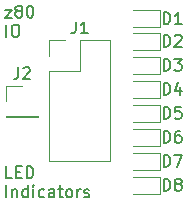
<source format=gbr>
%TF.GenerationSoftware,KiCad,Pcbnew,7.0.9*%
%TF.CreationDate,2024-01-02T14:52:04+01:00*%
%TF.ProjectId,IO_LED_Stick,494f5f4c-4544-45f5-9374-69636b2e6b69,1*%
%TF.SameCoordinates,Original*%
%TF.FileFunction,Legend,Top*%
%TF.FilePolarity,Positive*%
%FSLAX46Y46*%
G04 Gerber Fmt 4.6, Leading zero omitted, Abs format (unit mm)*
G04 Created by KiCad (PCBNEW 7.0.9) date 2024-01-02 14:52:04*
%MOMM*%
%LPD*%
G01*
G04 APERTURE LIST*
%ADD10C,0.150000*%
%ADD11C,0.120000*%
G04 APERTURE END LIST*
D10*
X140131969Y-92874819D02*
X139655779Y-92874819D01*
X139655779Y-92874819D02*
X139655779Y-91874819D01*
X140465303Y-92351009D02*
X140798636Y-92351009D01*
X140941493Y-92874819D02*
X140465303Y-92874819D01*
X140465303Y-92874819D02*
X140465303Y-91874819D01*
X140465303Y-91874819D02*
X140941493Y-91874819D01*
X141370065Y-92874819D02*
X141370065Y-91874819D01*
X141370065Y-91874819D02*
X141608160Y-91874819D01*
X141608160Y-91874819D02*
X141751017Y-91922438D01*
X141751017Y-91922438D02*
X141846255Y-92017676D01*
X141846255Y-92017676D02*
X141893874Y-92112914D01*
X141893874Y-92112914D02*
X141941493Y-92303390D01*
X141941493Y-92303390D02*
X141941493Y-92446247D01*
X141941493Y-92446247D02*
X141893874Y-92636723D01*
X141893874Y-92636723D02*
X141846255Y-92731961D01*
X141846255Y-92731961D02*
X141751017Y-92827200D01*
X141751017Y-92827200D02*
X141608160Y-92874819D01*
X141608160Y-92874819D02*
X141370065Y-92874819D01*
X139655779Y-94484819D02*
X139655779Y-93484819D01*
X140131969Y-93818152D02*
X140131969Y-94484819D01*
X140131969Y-93913390D02*
X140179588Y-93865771D01*
X140179588Y-93865771D02*
X140274826Y-93818152D01*
X140274826Y-93818152D02*
X140417683Y-93818152D01*
X140417683Y-93818152D02*
X140512921Y-93865771D01*
X140512921Y-93865771D02*
X140560540Y-93961009D01*
X140560540Y-93961009D02*
X140560540Y-94484819D01*
X141465302Y-94484819D02*
X141465302Y-93484819D01*
X141465302Y-94437200D02*
X141370064Y-94484819D01*
X141370064Y-94484819D02*
X141179588Y-94484819D01*
X141179588Y-94484819D02*
X141084350Y-94437200D01*
X141084350Y-94437200D02*
X141036731Y-94389580D01*
X141036731Y-94389580D02*
X140989112Y-94294342D01*
X140989112Y-94294342D02*
X140989112Y-94008628D01*
X140989112Y-94008628D02*
X141036731Y-93913390D01*
X141036731Y-93913390D02*
X141084350Y-93865771D01*
X141084350Y-93865771D02*
X141179588Y-93818152D01*
X141179588Y-93818152D02*
X141370064Y-93818152D01*
X141370064Y-93818152D02*
X141465302Y-93865771D01*
X141941493Y-94484819D02*
X141941493Y-93818152D01*
X141941493Y-93484819D02*
X141893874Y-93532438D01*
X141893874Y-93532438D02*
X141941493Y-93580057D01*
X141941493Y-93580057D02*
X141989112Y-93532438D01*
X141989112Y-93532438D02*
X141941493Y-93484819D01*
X141941493Y-93484819D02*
X141941493Y-93580057D01*
X142846254Y-94437200D02*
X142751016Y-94484819D01*
X142751016Y-94484819D02*
X142560540Y-94484819D01*
X142560540Y-94484819D02*
X142465302Y-94437200D01*
X142465302Y-94437200D02*
X142417683Y-94389580D01*
X142417683Y-94389580D02*
X142370064Y-94294342D01*
X142370064Y-94294342D02*
X142370064Y-94008628D01*
X142370064Y-94008628D02*
X142417683Y-93913390D01*
X142417683Y-93913390D02*
X142465302Y-93865771D01*
X142465302Y-93865771D02*
X142560540Y-93818152D01*
X142560540Y-93818152D02*
X142751016Y-93818152D01*
X142751016Y-93818152D02*
X142846254Y-93865771D01*
X143703397Y-94484819D02*
X143703397Y-93961009D01*
X143703397Y-93961009D02*
X143655778Y-93865771D01*
X143655778Y-93865771D02*
X143560540Y-93818152D01*
X143560540Y-93818152D02*
X143370064Y-93818152D01*
X143370064Y-93818152D02*
X143274826Y-93865771D01*
X143703397Y-94437200D02*
X143608159Y-94484819D01*
X143608159Y-94484819D02*
X143370064Y-94484819D01*
X143370064Y-94484819D02*
X143274826Y-94437200D01*
X143274826Y-94437200D02*
X143227207Y-94341961D01*
X143227207Y-94341961D02*
X143227207Y-94246723D01*
X143227207Y-94246723D02*
X143274826Y-94151485D01*
X143274826Y-94151485D02*
X143370064Y-94103866D01*
X143370064Y-94103866D02*
X143608159Y-94103866D01*
X143608159Y-94103866D02*
X143703397Y-94056247D01*
X144036731Y-93818152D02*
X144417683Y-93818152D01*
X144179588Y-93484819D02*
X144179588Y-94341961D01*
X144179588Y-94341961D02*
X144227207Y-94437200D01*
X144227207Y-94437200D02*
X144322445Y-94484819D01*
X144322445Y-94484819D02*
X144417683Y-94484819D01*
X144893874Y-94484819D02*
X144798636Y-94437200D01*
X144798636Y-94437200D02*
X144751017Y-94389580D01*
X144751017Y-94389580D02*
X144703398Y-94294342D01*
X144703398Y-94294342D02*
X144703398Y-94008628D01*
X144703398Y-94008628D02*
X144751017Y-93913390D01*
X144751017Y-93913390D02*
X144798636Y-93865771D01*
X144798636Y-93865771D02*
X144893874Y-93818152D01*
X144893874Y-93818152D02*
X145036731Y-93818152D01*
X145036731Y-93818152D02*
X145131969Y-93865771D01*
X145131969Y-93865771D02*
X145179588Y-93913390D01*
X145179588Y-93913390D02*
X145227207Y-94008628D01*
X145227207Y-94008628D02*
X145227207Y-94294342D01*
X145227207Y-94294342D02*
X145179588Y-94389580D01*
X145179588Y-94389580D02*
X145131969Y-94437200D01*
X145131969Y-94437200D02*
X145036731Y-94484819D01*
X145036731Y-94484819D02*
X144893874Y-94484819D01*
X145655779Y-94484819D02*
X145655779Y-93818152D01*
X145655779Y-94008628D02*
X145703398Y-93913390D01*
X145703398Y-93913390D02*
X145751017Y-93865771D01*
X145751017Y-93865771D02*
X145846255Y-93818152D01*
X145846255Y-93818152D02*
X145941493Y-93818152D01*
X146227208Y-94437200D02*
X146322446Y-94484819D01*
X146322446Y-94484819D02*
X146512922Y-94484819D01*
X146512922Y-94484819D02*
X146608160Y-94437200D01*
X146608160Y-94437200D02*
X146655779Y-94341961D01*
X146655779Y-94341961D02*
X146655779Y-94294342D01*
X146655779Y-94294342D02*
X146608160Y-94199104D01*
X146608160Y-94199104D02*
X146512922Y-94151485D01*
X146512922Y-94151485D02*
X146370065Y-94151485D01*
X146370065Y-94151485D02*
X146274827Y-94103866D01*
X146274827Y-94103866D02*
X146227208Y-94008628D01*
X146227208Y-94008628D02*
X146227208Y-93961009D01*
X146227208Y-93961009D02*
X146274827Y-93865771D01*
X146274827Y-93865771D02*
X146370065Y-93818152D01*
X146370065Y-93818152D02*
X146512922Y-93818152D01*
X146512922Y-93818152D02*
X146608160Y-93865771D01*
X139560541Y-78605152D02*
X140084350Y-78605152D01*
X140084350Y-78605152D02*
X139560541Y-79271819D01*
X139560541Y-79271819D02*
X140084350Y-79271819D01*
X140608160Y-78700390D02*
X140512922Y-78652771D01*
X140512922Y-78652771D02*
X140465303Y-78605152D01*
X140465303Y-78605152D02*
X140417684Y-78509914D01*
X140417684Y-78509914D02*
X140417684Y-78462295D01*
X140417684Y-78462295D02*
X140465303Y-78367057D01*
X140465303Y-78367057D02*
X140512922Y-78319438D01*
X140512922Y-78319438D02*
X140608160Y-78271819D01*
X140608160Y-78271819D02*
X140798636Y-78271819D01*
X140798636Y-78271819D02*
X140893874Y-78319438D01*
X140893874Y-78319438D02*
X140941493Y-78367057D01*
X140941493Y-78367057D02*
X140989112Y-78462295D01*
X140989112Y-78462295D02*
X140989112Y-78509914D01*
X140989112Y-78509914D02*
X140941493Y-78605152D01*
X140941493Y-78605152D02*
X140893874Y-78652771D01*
X140893874Y-78652771D02*
X140798636Y-78700390D01*
X140798636Y-78700390D02*
X140608160Y-78700390D01*
X140608160Y-78700390D02*
X140512922Y-78748009D01*
X140512922Y-78748009D02*
X140465303Y-78795628D01*
X140465303Y-78795628D02*
X140417684Y-78890866D01*
X140417684Y-78890866D02*
X140417684Y-79081342D01*
X140417684Y-79081342D02*
X140465303Y-79176580D01*
X140465303Y-79176580D02*
X140512922Y-79224200D01*
X140512922Y-79224200D02*
X140608160Y-79271819D01*
X140608160Y-79271819D02*
X140798636Y-79271819D01*
X140798636Y-79271819D02*
X140893874Y-79224200D01*
X140893874Y-79224200D02*
X140941493Y-79176580D01*
X140941493Y-79176580D02*
X140989112Y-79081342D01*
X140989112Y-79081342D02*
X140989112Y-78890866D01*
X140989112Y-78890866D02*
X140941493Y-78795628D01*
X140941493Y-78795628D02*
X140893874Y-78748009D01*
X140893874Y-78748009D02*
X140798636Y-78700390D01*
X141608160Y-78271819D02*
X141703398Y-78271819D01*
X141703398Y-78271819D02*
X141798636Y-78319438D01*
X141798636Y-78319438D02*
X141846255Y-78367057D01*
X141846255Y-78367057D02*
X141893874Y-78462295D01*
X141893874Y-78462295D02*
X141941493Y-78652771D01*
X141941493Y-78652771D02*
X141941493Y-78890866D01*
X141941493Y-78890866D02*
X141893874Y-79081342D01*
X141893874Y-79081342D02*
X141846255Y-79176580D01*
X141846255Y-79176580D02*
X141798636Y-79224200D01*
X141798636Y-79224200D02*
X141703398Y-79271819D01*
X141703398Y-79271819D02*
X141608160Y-79271819D01*
X141608160Y-79271819D02*
X141512922Y-79224200D01*
X141512922Y-79224200D02*
X141465303Y-79176580D01*
X141465303Y-79176580D02*
X141417684Y-79081342D01*
X141417684Y-79081342D02*
X141370065Y-78890866D01*
X141370065Y-78890866D02*
X141370065Y-78652771D01*
X141370065Y-78652771D02*
X141417684Y-78462295D01*
X141417684Y-78462295D02*
X141465303Y-78367057D01*
X141465303Y-78367057D02*
X141512922Y-78319438D01*
X141512922Y-78319438D02*
X141608160Y-78271819D01*
X139655779Y-80881819D02*
X139655779Y-79881819D01*
X140322445Y-79881819D02*
X140512921Y-79881819D01*
X140512921Y-79881819D02*
X140608159Y-79929438D01*
X140608159Y-79929438D02*
X140703397Y-80024676D01*
X140703397Y-80024676D02*
X140751016Y-80215152D01*
X140751016Y-80215152D02*
X140751016Y-80548485D01*
X140751016Y-80548485D02*
X140703397Y-80738961D01*
X140703397Y-80738961D02*
X140608159Y-80834200D01*
X140608159Y-80834200D02*
X140512921Y-80881819D01*
X140512921Y-80881819D02*
X140322445Y-80881819D01*
X140322445Y-80881819D02*
X140227207Y-80834200D01*
X140227207Y-80834200D02*
X140131969Y-80738961D01*
X140131969Y-80738961D02*
X140084350Y-80548485D01*
X140084350Y-80548485D02*
X140084350Y-80215152D01*
X140084350Y-80215152D02*
X140131969Y-80024676D01*
X140131969Y-80024676D02*
X140227207Y-79929438D01*
X140227207Y-79929438D02*
X140322445Y-79881819D01*
X145521666Y-79616819D02*
X145521666Y-80331104D01*
X145521666Y-80331104D02*
X145474047Y-80473961D01*
X145474047Y-80473961D02*
X145378809Y-80569200D01*
X145378809Y-80569200D02*
X145235952Y-80616819D01*
X145235952Y-80616819D02*
X145140714Y-80616819D01*
X146521666Y-80616819D02*
X145950238Y-80616819D01*
X146235952Y-80616819D02*
X146235952Y-79616819D01*
X146235952Y-79616819D02*
X146140714Y-79759676D01*
X146140714Y-79759676D02*
X146045476Y-79854914D01*
X146045476Y-79854914D02*
X145950238Y-79902533D01*
X140636666Y-83484819D02*
X140636666Y-84199104D01*
X140636666Y-84199104D02*
X140589047Y-84341961D01*
X140589047Y-84341961D02*
X140493809Y-84437200D01*
X140493809Y-84437200D02*
X140350952Y-84484819D01*
X140350952Y-84484819D02*
X140255714Y-84484819D01*
X141065238Y-83580057D02*
X141112857Y-83532438D01*
X141112857Y-83532438D02*
X141208095Y-83484819D01*
X141208095Y-83484819D02*
X141446190Y-83484819D01*
X141446190Y-83484819D02*
X141541428Y-83532438D01*
X141541428Y-83532438D02*
X141589047Y-83580057D01*
X141589047Y-83580057D02*
X141636666Y-83675295D01*
X141636666Y-83675295D02*
X141636666Y-83770533D01*
X141636666Y-83770533D02*
X141589047Y-83913390D01*
X141589047Y-83913390D02*
X141017619Y-84484819D01*
X141017619Y-84484819D02*
X141636666Y-84484819D01*
X152951779Y-93926819D02*
X152951779Y-92926819D01*
X152951779Y-92926819D02*
X153189874Y-92926819D01*
X153189874Y-92926819D02*
X153332731Y-92974438D01*
X153332731Y-92974438D02*
X153427969Y-93069676D01*
X153427969Y-93069676D02*
X153475588Y-93164914D01*
X153475588Y-93164914D02*
X153523207Y-93355390D01*
X153523207Y-93355390D02*
X153523207Y-93498247D01*
X153523207Y-93498247D02*
X153475588Y-93688723D01*
X153475588Y-93688723D02*
X153427969Y-93783961D01*
X153427969Y-93783961D02*
X153332731Y-93879200D01*
X153332731Y-93879200D02*
X153189874Y-93926819D01*
X153189874Y-93926819D02*
X152951779Y-93926819D01*
X154094636Y-93355390D02*
X153999398Y-93307771D01*
X153999398Y-93307771D02*
X153951779Y-93260152D01*
X153951779Y-93260152D02*
X153904160Y-93164914D01*
X153904160Y-93164914D02*
X153904160Y-93117295D01*
X153904160Y-93117295D02*
X153951779Y-93022057D01*
X153951779Y-93022057D02*
X153999398Y-92974438D01*
X153999398Y-92974438D02*
X154094636Y-92926819D01*
X154094636Y-92926819D02*
X154285112Y-92926819D01*
X154285112Y-92926819D02*
X154380350Y-92974438D01*
X154380350Y-92974438D02*
X154427969Y-93022057D01*
X154427969Y-93022057D02*
X154475588Y-93117295D01*
X154475588Y-93117295D02*
X154475588Y-93164914D01*
X154475588Y-93164914D02*
X154427969Y-93260152D01*
X154427969Y-93260152D02*
X154380350Y-93307771D01*
X154380350Y-93307771D02*
X154285112Y-93355390D01*
X154285112Y-93355390D02*
X154094636Y-93355390D01*
X154094636Y-93355390D02*
X153999398Y-93403009D01*
X153999398Y-93403009D02*
X153951779Y-93450628D01*
X153951779Y-93450628D02*
X153904160Y-93545866D01*
X153904160Y-93545866D02*
X153904160Y-93736342D01*
X153904160Y-93736342D02*
X153951779Y-93831580D01*
X153951779Y-93831580D02*
X153999398Y-93879200D01*
X153999398Y-93879200D02*
X154094636Y-93926819D01*
X154094636Y-93926819D02*
X154285112Y-93926819D01*
X154285112Y-93926819D02*
X154380350Y-93879200D01*
X154380350Y-93879200D02*
X154427969Y-93831580D01*
X154427969Y-93831580D02*
X154475588Y-93736342D01*
X154475588Y-93736342D02*
X154475588Y-93545866D01*
X154475588Y-93545866D02*
X154427969Y-93450628D01*
X154427969Y-93450628D02*
X154380350Y-93403009D01*
X154380350Y-93403009D02*
X154285112Y-93355390D01*
X152951779Y-91894819D02*
X152951779Y-90894819D01*
X152951779Y-90894819D02*
X153189874Y-90894819D01*
X153189874Y-90894819D02*
X153332731Y-90942438D01*
X153332731Y-90942438D02*
X153427969Y-91037676D01*
X153427969Y-91037676D02*
X153475588Y-91132914D01*
X153475588Y-91132914D02*
X153523207Y-91323390D01*
X153523207Y-91323390D02*
X153523207Y-91466247D01*
X153523207Y-91466247D02*
X153475588Y-91656723D01*
X153475588Y-91656723D02*
X153427969Y-91751961D01*
X153427969Y-91751961D02*
X153332731Y-91847200D01*
X153332731Y-91847200D02*
X153189874Y-91894819D01*
X153189874Y-91894819D02*
X152951779Y-91894819D01*
X153856541Y-90894819D02*
X154523207Y-90894819D01*
X154523207Y-90894819D02*
X154094636Y-91894819D01*
X152951779Y-89862819D02*
X152951779Y-88862819D01*
X152951779Y-88862819D02*
X153189874Y-88862819D01*
X153189874Y-88862819D02*
X153332731Y-88910438D01*
X153332731Y-88910438D02*
X153427969Y-89005676D01*
X153427969Y-89005676D02*
X153475588Y-89100914D01*
X153475588Y-89100914D02*
X153523207Y-89291390D01*
X153523207Y-89291390D02*
X153523207Y-89434247D01*
X153523207Y-89434247D02*
X153475588Y-89624723D01*
X153475588Y-89624723D02*
X153427969Y-89719961D01*
X153427969Y-89719961D02*
X153332731Y-89815200D01*
X153332731Y-89815200D02*
X153189874Y-89862819D01*
X153189874Y-89862819D02*
X152951779Y-89862819D01*
X154380350Y-88862819D02*
X154189874Y-88862819D01*
X154189874Y-88862819D02*
X154094636Y-88910438D01*
X154094636Y-88910438D02*
X154047017Y-88958057D01*
X154047017Y-88958057D02*
X153951779Y-89100914D01*
X153951779Y-89100914D02*
X153904160Y-89291390D01*
X153904160Y-89291390D02*
X153904160Y-89672342D01*
X153904160Y-89672342D02*
X153951779Y-89767580D01*
X153951779Y-89767580D02*
X153999398Y-89815200D01*
X153999398Y-89815200D02*
X154094636Y-89862819D01*
X154094636Y-89862819D02*
X154285112Y-89862819D01*
X154285112Y-89862819D02*
X154380350Y-89815200D01*
X154380350Y-89815200D02*
X154427969Y-89767580D01*
X154427969Y-89767580D02*
X154475588Y-89672342D01*
X154475588Y-89672342D02*
X154475588Y-89434247D01*
X154475588Y-89434247D02*
X154427969Y-89339009D01*
X154427969Y-89339009D02*
X154380350Y-89291390D01*
X154380350Y-89291390D02*
X154285112Y-89243771D01*
X154285112Y-89243771D02*
X154094636Y-89243771D01*
X154094636Y-89243771D02*
X153999398Y-89291390D01*
X153999398Y-89291390D02*
X153951779Y-89339009D01*
X153951779Y-89339009D02*
X153904160Y-89434247D01*
X152951779Y-87830819D02*
X152951779Y-86830819D01*
X152951779Y-86830819D02*
X153189874Y-86830819D01*
X153189874Y-86830819D02*
X153332731Y-86878438D01*
X153332731Y-86878438D02*
X153427969Y-86973676D01*
X153427969Y-86973676D02*
X153475588Y-87068914D01*
X153475588Y-87068914D02*
X153523207Y-87259390D01*
X153523207Y-87259390D02*
X153523207Y-87402247D01*
X153523207Y-87402247D02*
X153475588Y-87592723D01*
X153475588Y-87592723D02*
X153427969Y-87687961D01*
X153427969Y-87687961D02*
X153332731Y-87783200D01*
X153332731Y-87783200D02*
X153189874Y-87830819D01*
X153189874Y-87830819D02*
X152951779Y-87830819D01*
X154427969Y-86830819D02*
X153951779Y-86830819D01*
X153951779Y-86830819D02*
X153904160Y-87307009D01*
X153904160Y-87307009D02*
X153951779Y-87259390D01*
X153951779Y-87259390D02*
X154047017Y-87211771D01*
X154047017Y-87211771D02*
X154285112Y-87211771D01*
X154285112Y-87211771D02*
X154380350Y-87259390D01*
X154380350Y-87259390D02*
X154427969Y-87307009D01*
X154427969Y-87307009D02*
X154475588Y-87402247D01*
X154475588Y-87402247D02*
X154475588Y-87640342D01*
X154475588Y-87640342D02*
X154427969Y-87735580D01*
X154427969Y-87735580D02*
X154380350Y-87783200D01*
X154380350Y-87783200D02*
X154285112Y-87830819D01*
X154285112Y-87830819D02*
X154047017Y-87830819D01*
X154047017Y-87830819D02*
X153951779Y-87783200D01*
X153951779Y-87783200D02*
X153904160Y-87735580D01*
X152951779Y-85798819D02*
X152951779Y-84798819D01*
X152951779Y-84798819D02*
X153189874Y-84798819D01*
X153189874Y-84798819D02*
X153332731Y-84846438D01*
X153332731Y-84846438D02*
X153427969Y-84941676D01*
X153427969Y-84941676D02*
X153475588Y-85036914D01*
X153475588Y-85036914D02*
X153523207Y-85227390D01*
X153523207Y-85227390D02*
X153523207Y-85370247D01*
X153523207Y-85370247D02*
X153475588Y-85560723D01*
X153475588Y-85560723D02*
X153427969Y-85655961D01*
X153427969Y-85655961D02*
X153332731Y-85751200D01*
X153332731Y-85751200D02*
X153189874Y-85798819D01*
X153189874Y-85798819D02*
X152951779Y-85798819D01*
X154380350Y-85132152D02*
X154380350Y-85798819D01*
X154142255Y-84751200D02*
X153904160Y-85465485D01*
X153904160Y-85465485D02*
X154523207Y-85465485D01*
X152951779Y-83766819D02*
X152951779Y-82766819D01*
X152951779Y-82766819D02*
X153189874Y-82766819D01*
X153189874Y-82766819D02*
X153332731Y-82814438D01*
X153332731Y-82814438D02*
X153427969Y-82909676D01*
X153427969Y-82909676D02*
X153475588Y-83004914D01*
X153475588Y-83004914D02*
X153523207Y-83195390D01*
X153523207Y-83195390D02*
X153523207Y-83338247D01*
X153523207Y-83338247D02*
X153475588Y-83528723D01*
X153475588Y-83528723D02*
X153427969Y-83623961D01*
X153427969Y-83623961D02*
X153332731Y-83719200D01*
X153332731Y-83719200D02*
X153189874Y-83766819D01*
X153189874Y-83766819D02*
X152951779Y-83766819D01*
X153856541Y-82766819D02*
X154475588Y-82766819D01*
X154475588Y-82766819D02*
X154142255Y-83147771D01*
X154142255Y-83147771D02*
X154285112Y-83147771D01*
X154285112Y-83147771D02*
X154380350Y-83195390D01*
X154380350Y-83195390D02*
X154427969Y-83243009D01*
X154427969Y-83243009D02*
X154475588Y-83338247D01*
X154475588Y-83338247D02*
X154475588Y-83576342D01*
X154475588Y-83576342D02*
X154427969Y-83671580D01*
X154427969Y-83671580D02*
X154380350Y-83719200D01*
X154380350Y-83719200D02*
X154285112Y-83766819D01*
X154285112Y-83766819D02*
X153999398Y-83766819D01*
X153999398Y-83766819D02*
X153904160Y-83719200D01*
X153904160Y-83719200D02*
X153856541Y-83671580D01*
X152951779Y-81734819D02*
X152951779Y-80734819D01*
X152951779Y-80734819D02*
X153189874Y-80734819D01*
X153189874Y-80734819D02*
X153332731Y-80782438D01*
X153332731Y-80782438D02*
X153427969Y-80877676D01*
X153427969Y-80877676D02*
X153475588Y-80972914D01*
X153475588Y-80972914D02*
X153523207Y-81163390D01*
X153523207Y-81163390D02*
X153523207Y-81306247D01*
X153523207Y-81306247D02*
X153475588Y-81496723D01*
X153475588Y-81496723D02*
X153427969Y-81591961D01*
X153427969Y-81591961D02*
X153332731Y-81687200D01*
X153332731Y-81687200D02*
X153189874Y-81734819D01*
X153189874Y-81734819D02*
X152951779Y-81734819D01*
X153904160Y-80830057D02*
X153951779Y-80782438D01*
X153951779Y-80782438D02*
X154047017Y-80734819D01*
X154047017Y-80734819D02*
X154285112Y-80734819D01*
X154285112Y-80734819D02*
X154380350Y-80782438D01*
X154380350Y-80782438D02*
X154427969Y-80830057D01*
X154427969Y-80830057D02*
X154475588Y-80925295D01*
X154475588Y-80925295D02*
X154475588Y-81020533D01*
X154475588Y-81020533D02*
X154427969Y-81163390D01*
X154427969Y-81163390D02*
X153856541Y-81734819D01*
X153856541Y-81734819D02*
X154475588Y-81734819D01*
X152951779Y-79829819D02*
X152951779Y-78829819D01*
X152951779Y-78829819D02*
X153189874Y-78829819D01*
X153189874Y-78829819D02*
X153332731Y-78877438D01*
X153332731Y-78877438D02*
X153427969Y-78972676D01*
X153427969Y-78972676D02*
X153475588Y-79067914D01*
X153475588Y-79067914D02*
X153523207Y-79258390D01*
X153523207Y-79258390D02*
X153523207Y-79401247D01*
X153523207Y-79401247D02*
X153475588Y-79591723D01*
X153475588Y-79591723D02*
X153427969Y-79686961D01*
X153427969Y-79686961D02*
X153332731Y-79782200D01*
X153332731Y-79782200D02*
X153189874Y-79829819D01*
X153189874Y-79829819D02*
X152951779Y-79829819D01*
X154475588Y-79829819D02*
X153904160Y-79829819D01*
X154189874Y-79829819D02*
X154189874Y-78829819D01*
X154189874Y-78829819D02*
X154094636Y-78972676D01*
X154094636Y-78972676D02*
X153999398Y-79067914D01*
X153999398Y-79067914D02*
X153904160Y-79115533D01*
D11*
%TO.C,J1*%
X145855000Y-83762000D02*
X145855000Y-81162000D01*
X143255000Y-82492000D02*
X143255000Y-81162000D01*
X148455000Y-81162000D02*
X148455000Y-91442000D01*
X143255000Y-91442000D02*
X148455000Y-91442000D01*
X143255000Y-83762000D02*
X143255000Y-91442000D01*
X143255000Y-83762000D02*
X145855000Y-83762000D01*
X143255000Y-81162000D02*
X144585000Y-81162000D01*
X145855000Y-81162000D02*
X148455000Y-81162000D01*
%TO.C,J2*%
X139640000Y-85030000D02*
X140970000Y-85030000D01*
X139640000Y-87630000D02*
X142300000Y-87630000D01*
X139640000Y-87690000D02*
X142300000Y-87690000D01*
X142300000Y-87630000D02*
X142300000Y-87690000D01*
X139640000Y-87630000D02*
X139640000Y-87690000D01*
X139640000Y-86360000D02*
X139640000Y-85030000D01*
%TO.C,D8*%
X152615000Y-92737000D02*
X150330000Y-92737000D01*
X152615000Y-94207000D02*
X152615000Y-92737000D01*
X150330000Y-94207000D02*
X152615000Y-94207000D01*
%TO.C,D7*%
X152615000Y-90705000D02*
X150330000Y-90705000D01*
X152615000Y-92175000D02*
X152615000Y-90705000D01*
X150330000Y-92175000D02*
X152615000Y-92175000D01*
%TO.C,D6*%
X152615000Y-88673000D02*
X150330000Y-88673000D01*
X152615000Y-90143000D02*
X152615000Y-88673000D01*
X150330000Y-90143000D02*
X152615000Y-90143000D01*
%TO.C,D5*%
X152615000Y-86641000D02*
X150330000Y-86641000D01*
X152615000Y-88111000D02*
X152615000Y-86641000D01*
X150330000Y-88111000D02*
X152615000Y-88111000D01*
%TO.C,D4*%
X152615000Y-84609000D02*
X150330000Y-84609000D01*
X152615000Y-86079000D02*
X152615000Y-84609000D01*
X150330000Y-86079000D02*
X152615000Y-86079000D01*
%TO.C,D3*%
X152615000Y-82577000D02*
X150330000Y-82577000D01*
X152615000Y-84047000D02*
X152615000Y-82577000D01*
X150330000Y-84047000D02*
X152615000Y-84047000D01*
%TO.C,D2*%
X152615000Y-80545000D02*
X150330000Y-80545000D01*
X152615000Y-82015000D02*
X152615000Y-80545000D01*
X150330000Y-82015000D02*
X152615000Y-82015000D01*
%TO.C,D1*%
X150330000Y-80110000D02*
X152615000Y-80110000D01*
X152615000Y-80110000D02*
X152615000Y-78640000D01*
X152615000Y-78640000D02*
X150330000Y-78640000D01*
%TD*%
M02*

</source>
